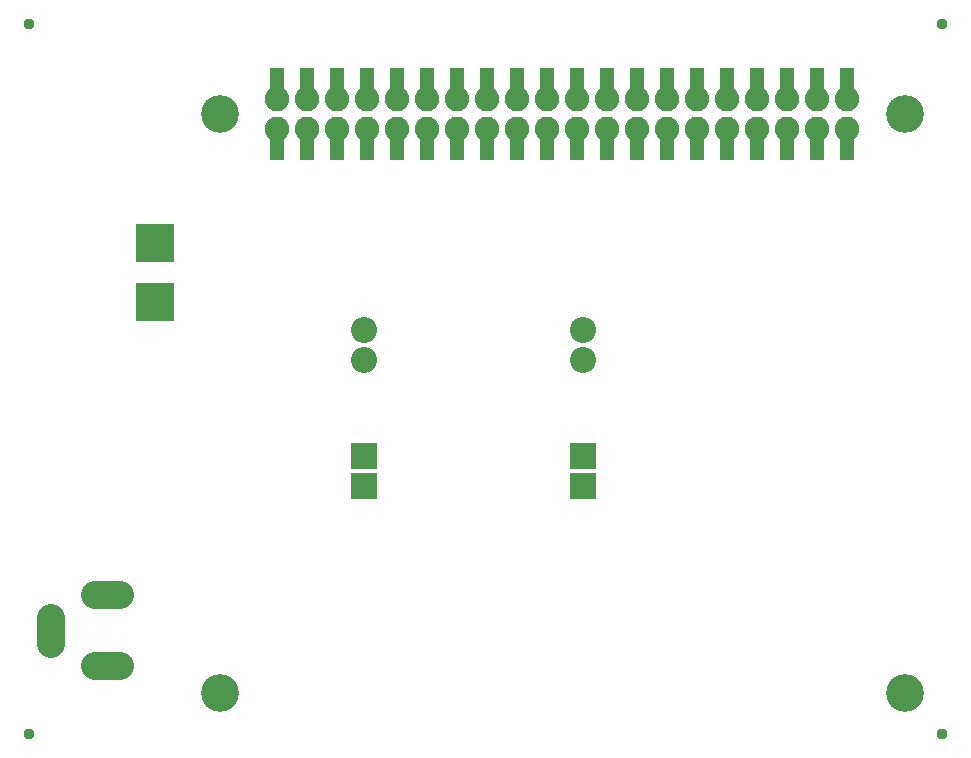
<source format=gbr>
G04 EAGLE Gerber RS-274X export*
G75*
%MOMM*%
%FSLAX34Y34*%
%LPD*%
%AMOC8*
5,1,8,0,0,1.08239X$1,22.5*%
G01*
%ADD10C,3.203200*%
%ADD11C,2.387600*%
%ADD12R,1.223200X2.073200*%
%ADD13C,2.082800*%
%ADD14C,2.203200*%
%ADD15R,2.203200X2.203200*%
%ADD16C,0.959600*%
%ADD17R,3.203200X3.203200*%


D10*
X165118Y529043D03*
X165324Y38941D03*
X745151Y38970D03*
X745140Y528900D03*
D11*
X22121Y102196D02*
X22121Y80352D01*
X59199Y61274D02*
X81043Y61274D01*
X81043Y121274D02*
X59199Y121274D01*
D12*
X213855Y499893D03*
X213855Y557469D03*
X239255Y499893D03*
X239255Y557469D03*
X264655Y499893D03*
X264655Y557469D03*
X290055Y499893D03*
X290055Y557469D03*
X315455Y499893D03*
X315455Y557469D03*
X340855Y499893D03*
X340855Y557469D03*
X366255Y499893D03*
X366255Y557469D03*
X391655Y499893D03*
X391655Y557469D03*
X417055Y499893D03*
X417055Y557469D03*
X442455Y499893D03*
X442455Y557469D03*
X467855Y499893D03*
X467855Y557469D03*
X493255Y499893D03*
X493255Y557469D03*
X518655Y499893D03*
X518655Y557469D03*
X544055Y499893D03*
X544055Y557469D03*
X569455Y499893D03*
X569455Y557469D03*
X594855Y499893D03*
X594855Y557469D03*
X620255Y499893D03*
X620255Y557469D03*
X645655Y499893D03*
X645655Y557469D03*
X671055Y499893D03*
X671055Y557469D03*
X696455Y499893D03*
X696455Y557469D03*
D13*
X213940Y516369D03*
X239340Y516369D03*
X264740Y516369D03*
X290140Y516369D03*
X315540Y516369D03*
X340940Y516369D03*
X366340Y516369D03*
X391740Y516369D03*
X417140Y516369D03*
X442540Y516369D03*
X467940Y516369D03*
X493340Y516369D03*
X518740Y516369D03*
X518740Y541769D03*
X493340Y541769D03*
X467940Y541769D03*
X442540Y541769D03*
X417140Y541769D03*
X391740Y541769D03*
X366340Y541769D03*
X340940Y541769D03*
X315540Y541769D03*
X290140Y541769D03*
X264740Y541769D03*
X239340Y541769D03*
X213940Y541769D03*
X544140Y516369D03*
X544140Y541769D03*
X569540Y516369D03*
X569540Y541769D03*
X594940Y516369D03*
X594940Y541769D03*
X620340Y516369D03*
X620340Y541769D03*
X645740Y516369D03*
X645740Y541769D03*
X671140Y516369D03*
X671140Y541769D03*
X696540Y516369D03*
X696540Y541769D03*
D14*
X472710Y346040D03*
D15*
X472710Y213960D03*
D14*
X287290Y346040D03*
X472710Y320640D03*
X287290Y320640D03*
D15*
X472710Y239360D03*
X287290Y213960D03*
X287290Y239360D03*
D16*
X3518Y605239D03*
X776655Y3843D03*
X776651Y605452D03*
X3729Y3769D03*
D17*
X110000Y420000D03*
X110000Y370000D03*
M02*

</source>
